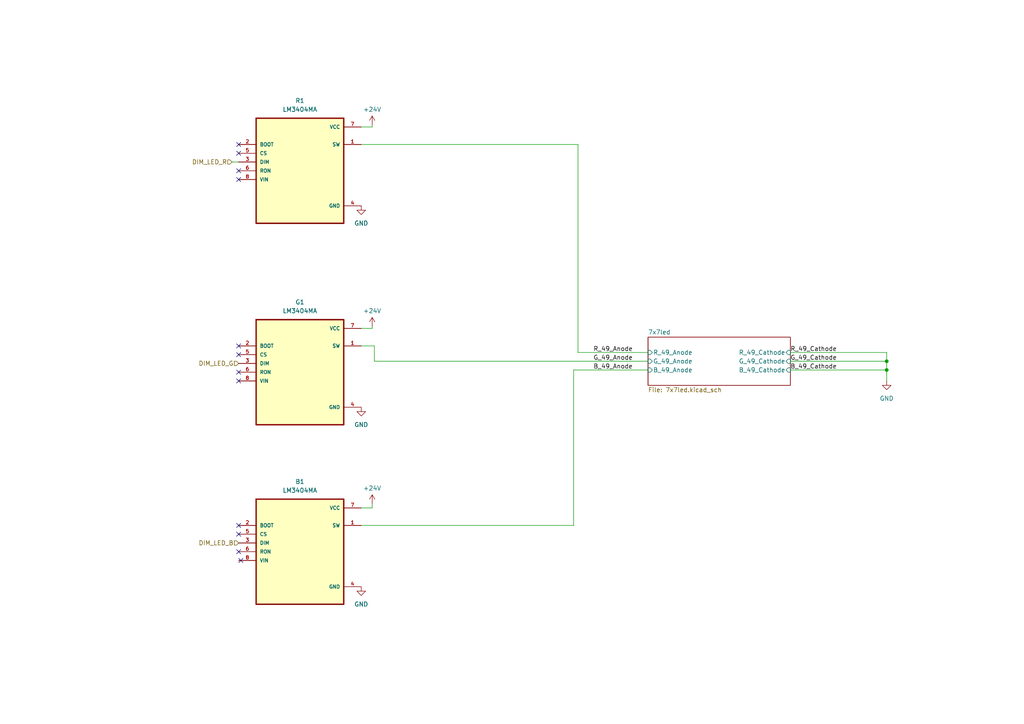
<source format=kicad_sch>
(kicad_sch (version 20250114) (generator "eeschema") (generator_version "9.0")
  (paper "A4")
  (lib_symbols
    (symbol "LM3404MA:LM3404MA" (pin_names (offset 1.016))
      (property "Reference" "U" (at -12.7 16.24 0))
      (property "Value" "LM3404MA" (at -12.7 -19.24 0))
      (symbol "LM3404MA_0_0"
        (rectangle (start -12.7 -15.24) (end 12.7 15.24) (stroke (width 0.41)) (fill (type background)))
        (pin input line (at -17.78 7.62 0) (length 5.08) (name "BOOT") (number "2"))
        (pin input line (at -17.78 5.08 0) (length 5.08) (name "CS") (number "5"))
        (pin input line (at -17.78 2.54 0) (length 5.08) (name "DIM") (number "3"))
        (pin input line (at -17.78 0 0) (length 5.08) (name "RON") (number "6"))
        (pin input line (at -17.78 -2.54 0) (length 5.08) (name "VIN") (number "8"))
        (pin power_in line (at 17.78 12.7 180) (length 5.08) (name "VCC") (number "7"))
        (pin output line (at 17.78 7.62 180) (length 5.08) (name "SW") (number "1"))
        (pin power_in line (at 17.78 -10.16 180) (length 5.08) (name "GND") (number "4"))
      )
    )
    (symbol "power:+24V" (power) (pin_numbers (hide yes)) (pin_names (offset 0) (hide yes))
      (property "Value" "+24V" (at 0 3.556 0))
      (symbol "+24V_0_1"
        (polyline (pts (xy -0.762 1.27) (xy 0 2.54)))
        (polyline (pts (xy 0 2.54) (xy 0.762 1.27)))
        (polyline (pts (xy 0 0) (xy 0 2.54)))
      )
      (symbol "+24V_1_1"
        (pin power_in line (at 0 0 90) (length 0) (name "~") (number "1"))
      )
    )
    (symbol "power:GND" (power) (pin_numbers (hide yes)) (pin_names (offset 0) (hide yes))
      (property "Value" "GND" (at 0 -3.81 0))
      (symbol "GND_0_1"
        (polyline (pts (xy 0 0) (xy 0 -1.27) (xy 1.27 -1.27) (xy 0 -2.54) (xy -1.27 -1.27) (xy 0 -1.27)))
      )
      (symbol "GND_1_1"
        (pin power_in line (at 0 0 270) (length 0) (name "~") (number "1"))
      )
    )
  )
  (junction (at 257.175 107.315))
  (junction (at 257.175 104.775))
  (no_connect (at 69.215 107.95))
  (no_connect (at 69.215 41.91))
  (no_connect (at 69.215 154.94))
  (no_connect (at 69.215 102.87))
  (no_connect (at 69.215 160.02))
  (no_connect (at -120.015 -61.595))
  (no_connect (at 69.85 162.56))
  (no_connect (at 69.215 44.45))
  (no_connect (at 69.215 49.53))
  (no_connect (at 69.215 52.07))
  (no_connect (at 69.215 152.4))
  (no_connect (at 69.215 100.33))
  (no_connect (at 69.215 110.49))
  (wire (pts (xy 104.775 36.83) (xy 107.95 36.83)))
  (wire (pts (xy 104.775 95.25) (xy 107.95 95.25)))
  (wire (pts (xy 257.175 102.235) (xy 257.175 104.775)))
  (wire (pts (xy 229.235 104.775) (xy 257.175 104.775)))
  (wire (pts (xy 67.31 46.99) (xy 69.215 46.99)))
  (wire (pts (xy 108.585 104.775) (xy 108.585 100.33)))
  (wire (pts (xy 104.775 152.4) (xy 166.37 152.4)))
  (wire (pts (xy 229.235 102.235) (xy 257.175 102.235)))
  (wire (pts (xy 107.95 36.83) (xy 107.95 36.195)))
  (wire (pts (xy 257.175 104.775) (xy 257.175 107.315)))
  (wire (pts (xy 104.775 41.91) (xy 167.64 41.91)))
  (wire (pts (xy 107.95 147.32) (xy 107.95 146.05)))
  (wire (pts (xy 257.175 107.315) (xy 257.175 110.49)))
  (wire (pts (xy 108.585 104.775) (xy 187.96 104.775)))
  (wire (pts (xy 167.64 41.91) (xy 167.64 102.235)))
  (wire (pts (xy 167.64 102.235) (xy 187.96 102.235)))
  (wire (pts (xy 104.775 147.32) (xy 107.95 147.32)))
  (wire (pts (xy 229.235 107.315) (xy 257.175 107.315)))
  (wire (pts (xy 166.37 107.315) (xy 187.96 107.315)))
  (wire (pts (xy 107.95 95.25) (xy 107.95 94.615)))
  (wire (pts (xy 108.585 100.33) (xy 104.775 100.33)))
  (wire (pts (xy 166.37 152.4) (xy 166.37 107.315)))
  (label "R_49_Cathode" (at 229.235 102.235 0))
  (label "G_49_Cathode" (at 229.235 104.775 0))
  (label "G_49_Anode" (at 172.085 104.775 0))
  (label "B_49_Cathode" (at 229.235 107.315 0))
  (label "B_49_Anode" (at 172.085 107.315 0))
  (label "R_49_Anode" (at 172.085 102.235 0))
  (hierarchical_label "DIM_LED_B" (shape input) (at 69.215 157.48 180))
  (hierarchical_label "DIM_LED_R" (shape input) (at 67.31 46.99 180))
  (hierarchical_label "DIM_LED_G" (shape input) (at 69.215 105.41 180))
  (symbol (lib_id "power:GND") (at 257.175 110.49 0) (unit 1)
    (property "Reference" "#PWR03" (effects (hide yes)))
    (property "Value" "GND" (at 257.175 115.57 0))
    (property "Description" "Power symbol creates a global label with name \"GND\" , ground" (effects (hide yes)))
    (instances (project "" (path "" (reference "#PWR03") (unit 1)) (path "" (reference "#PWR06") (unit 1))))
  )
  (symbol (lib_id "power:+24V") (at 107.95 146.05 0) (unit 1)
    (property "Reference" "#PWR013" (effects (hide yes)))
    (property "Value" "+24V" (at 107.95 141.605 0))
    (property "Description" "Power symbol creates a global label with name \"+24V\"" (effects (hide yes)))
    (instances (project "Projet_elec" (path "" (reference "#PWR013") (unit 1)) (path "" (reference "#PWR014") (unit 1))))
  )
  (symbol (lib_id "power:+24V") (at 107.95 36.195 0) (unit 1)
    (property "Reference" "#PWR02" (effects (hide yes)))
    (property "Value" "+24V" (at 107.95 31.75 0))
    (property "Description" "Power symbol creates a global label with name \"+24V\"" (effects (hide yes)))
    (instances (project "" (path "" (reference "#PWR02") (unit 1)) (path "" (reference "#PWR05") (unit 1))))
  )
  (symbol (lib_id "LM3404MA:LM3404MA") (at 86.995 160.02 0) (unit 1)
    (property "Reference" "B1" (at 86.995 139.7 0))
    (property "Value" "LM3404MA" (at 86.995 142.24 0))
    (property "Footprint" "LM3404MA:SOIC127P599X175-8N" (effects (hide yes)))
    (property "MF" "Texas Instruments" (effects (hide yes)))
    (property "Description_1" "42-V 1.0-A constant current buck LED driver" (effects (hide yes)))
    (property "Package" "SOIC-8 Texas Instruments" (effects (hide yes)))
    (property "Price" "None" (effects (hide yes)))
    (property "SnapEDA_Link" "https://www.snapeda.com/parts/LM3404MAX/NOPB/Texas+Instruments/view-part/?ref=snap" (effects (hide yes)))
    (property "MP" "LM3404MAX/NOPB" (effects (hide yes)))
    (property "Availability" "In Stock" (effects (hide yes)))
    (property "Check_prices" "https://www.snapeda.com/parts/LM3404MAX/NOPB/Texas+Instruments/view-part/?ref=eda" (effects (hide yes)))
    (instances (project "Projet_elec" (path "" (reference "B1") (unit 1)) (path "" (reference "B2") (unit 1))))
  )
  (symbol (lib_id "power:+24V") (at 107.95 94.615 0) (unit 1)
    (property "Reference" "#PWR011" (effects (hide yes)))
    (property "Value" "+24V" (at 107.95 90.17 0))
    (property "Description" "Power symbol creates a global label with name \"+24V\"" (effects (hide yes)))
    (instances (project "Projet_elec" (path "" (reference "#PWR011") (unit 1)) (path "" (reference "#PWR012") (unit 1))))
  )
  (symbol (lib_id "LM3404MA:LM3404MA") (at 86.995 107.95 0) (unit 1)
    (property "Reference" "G1" (at 86.995 87.63 0))
    (property "Value" "LM3404MA" (at 86.995 90.17 0))
    (property "Footprint" "LM3404MA:SOIC127P599X175-8N" (effects (hide yes)))
    (property "MF" "Texas Instruments" (effects (hide yes)))
    (property "Description_1" "42-V 1.0-A constant current buck LED driver" (effects (hide yes)))
    (property "Package" "SOIC-8 Texas Instruments" (effects (hide yes)))
    (property "Price" "None" (effects (hide yes)))
    (property "SnapEDA_Link" "https://www.snapeda.com/parts/LM3404MAX/NOPB/Texas+Instruments/view-part/?ref=snap" (effects (hide yes)))
    (property "MP" "LM3404MAX/NOPB" (effects (hide yes)))
    (property "Availability" "In Stock" (effects (hide yes)))
    (property "Check_prices" "https://www.snapeda.com/parts/LM3404MAX/NOPB/Texas+Instruments/view-part/?ref=eda" (effects (hide yes)))
    (instances (project "Projet_elec" (path "" (reference "G1") (unit 1)) (path "" (reference "G2") (unit 1))))
  )
  (symbol (lib_id "power:GND") (at 104.775 118.11 0) (unit 1)
    (property "Reference" "#PWR07" (effects (hide yes)))
    (property "Value" "GND" (at 104.775 123.19 0))
    (property "Description" "Power symbol creates a global label with name \"GND\" , ground" (effects (hide yes)))
    (instances (project "Projet_elec" (path "" (reference "#PWR07") (unit 1)) (path "" (reference "#PWR08") (unit 1))))
  )
  (symbol (lib_id "power:GND") (at 104.775 170.18 0) (unit 1)
    (property "Reference" "#PWR09" (effects (hide yes)))
    (property "Value" "GND" (at 104.775 175.26 0))
    (property "Description" "Power symbol creates a global label with name \"GND\" , ground" (effects (hide yes)))
    (instances (project "Projet_elec" (path "" (reference "#PWR09") (unit 1)) (path "" (reference "#PWR010") (unit 1))))
  )
  (symbol (lib_id "LM3404MA:LM3404MA") (at 86.995 49.53 0) (unit 1)
    (property "Reference" "R1" (at 86.995 29.21 0))
    (property "Value" "LM3404MA" (at 86.995 31.75 0))
    (property "Footprint" "LM3404MA:SOIC127P599X175-8N" (effects (hide yes)))
    (property "MF" "Texas Instruments" (effects (hide yes)))
    (property "Description_1" "42-V 1.0-A constant current buck LED driver" (effects (hide yes)))
    (property "Package" "SOIC-8 Texas Instruments" (effects (hide yes)))
    (property "Price" "None" (effects (hide yes)))
    (property "SnapEDA_Link" "https://www.snapeda.com/parts/LM3404MAX/NOPB/Texas+Instruments/view-part/?ref=snap" (effects (hide yes)))
    (property "MP" "LM3404MAX/NOPB" (effects (hide yes)))
    (property "Availability" "In Stock" (effects (hide yes)))
    (property "Check_prices" "https://www.snapeda.com/parts/LM3404MAX/NOPB/Texas+Instruments/view-part/?ref=eda" (effects (hide yes)))
    (instances (project "" (path "" (reference "R1") (unit 1)) (path "" (reference "R2") (unit 1))))
  )
  (symbol (lib_id "power:GND") (at 104.775 59.69 0) (unit 1)
    (property "Reference" "#PWR01" (effects (hide yes)))
    (property "Value" "GND" (at 104.775 64.77 0))
    (property "Description" "Power symbol creates a global label with name \"GND\" , ground" (effects (hide yes)))
    (instances (project "Projet_elec" (path "" (reference "#PWR01") (unit 1)) (path "" (reference "#PWR04") (unit 1))))
  )
  (sheet (at 187.96 97.79) (size 41.275 13.97) (stroke (width 0.1524))
    (property "Sheetname" "7x7led" (at 187.96 97.0784 0) (effects (justify left bottom)))
    (property "Sheetfile" "7x7led.kicad_sch" (at 187.96 112.3446 0) (effects (justify left top)))
    (pin "B_49_Anode" input (at 187.96 107.315 180))
    (pin "G_49_Anode" input (at 187.96 104.775 180))
    (pin "R_49_Anode" input (at 187.96 102.235 180))
    (pin "B_49_Cathode" input (at 229.235 107.315 0))
    (pin "G_49_Cathode" input (at 229.235 104.775 0))
    (pin "R_49_Cathode" input (at 229.235 102.235 0))
  )
)
</source>
